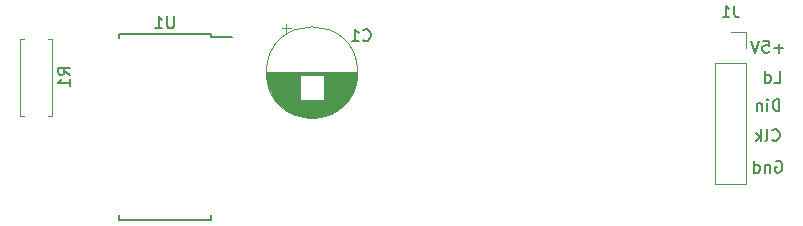
<source format=gbr>
G04 #@! TF.GenerationSoftware,KiCad,Pcbnew,(5.0.2)-1*
G04 #@! TF.CreationDate,2021-03-12T16:00:43+02:00*
G04 #@! TF.ProjectId,MAX7219 SMD,4d415837-3231-4392-9053-4d442e6b6963,rev?*
G04 #@! TF.SameCoordinates,Original*
G04 #@! TF.FileFunction,Legend,Bot*
G04 #@! TF.FilePolarity,Positive*
%FSLAX46Y46*%
G04 Gerber Fmt 4.6, Leading zero omitted, Abs format (unit mm)*
G04 Created by KiCad (PCBNEW (5.0.2)-1) date 12.03.2021 16:00:43*
%MOMM*%
%LPD*%
G01*
G04 APERTURE LIST*
%ADD10C,0.200000*%
%ADD11C,0.120000*%
%ADD12C,0.150000*%
G04 APERTURE END LIST*
D10*
X192468380Y-99639380D02*
X192468380Y-98639380D01*
X192230285Y-98639380D01*
X192087428Y-98687000D01*
X191992190Y-98782238D01*
X191944571Y-98877476D01*
X191896952Y-99067952D01*
X191896952Y-99210809D01*
X191944571Y-99401285D01*
X191992190Y-99496523D01*
X192087428Y-99591761D01*
X192230285Y-99639380D01*
X192468380Y-99639380D01*
X191468380Y-99639380D02*
X191468380Y-98972714D01*
X191468380Y-98639380D02*
X191516000Y-98687000D01*
X191468380Y-98734619D01*
X191420761Y-98687000D01*
X191468380Y-98639380D01*
X191468380Y-98734619D01*
X190992190Y-98972714D02*
X190992190Y-99639380D01*
X190992190Y-99067952D02*
X190944571Y-99020333D01*
X190849333Y-98972714D01*
X190706476Y-98972714D01*
X190611238Y-99020333D01*
X190563619Y-99115571D01*
X190563619Y-99639380D01*
X192039857Y-97226380D02*
X192516047Y-97226380D01*
X192516047Y-96226380D01*
X191277952Y-97226380D02*
X191277952Y-96226380D01*
X191277952Y-97178761D02*
X191373190Y-97226380D01*
X191563666Y-97226380D01*
X191658904Y-97178761D01*
X191706523Y-97131142D01*
X191754142Y-97035904D01*
X191754142Y-96750190D01*
X191706523Y-96654952D01*
X191658904Y-96607333D01*
X191563666Y-96559714D01*
X191373190Y-96559714D01*
X191277952Y-96607333D01*
X191873142Y-102084142D02*
X191920761Y-102131761D01*
X192063619Y-102179380D01*
X192158857Y-102179380D01*
X192301714Y-102131761D01*
X192396952Y-102036523D01*
X192444571Y-101941285D01*
X192492190Y-101750809D01*
X192492190Y-101607952D01*
X192444571Y-101417476D01*
X192396952Y-101322238D01*
X192301714Y-101227000D01*
X192158857Y-101179380D01*
X192063619Y-101179380D01*
X191920761Y-101227000D01*
X191873142Y-101274619D01*
X191301714Y-102179380D02*
X191396952Y-102131761D01*
X191444571Y-102036523D01*
X191444571Y-101179380D01*
X190920761Y-102179380D02*
X190920761Y-101179380D01*
X190825523Y-101798428D02*
X190539809Y-102179380D01*
X190539809Y-101512714D02*
X190920761Y-101893666D01*
X192158857Y-103894000D02*
X192254095Y-103846380D01*
X192396952Y-103846380D01*
X192539809Y-103894000D01*
X192635047Y-103989238D01*
X192682666Y-104084476D01*
X192730285Y-104274952D01*
X192730285Y-104417809D01*
X192682666Y-104608285D01*
X192635047Y-104703523D01*
X192539809Y-104798761D01*
X192396952Y-104846380D01*
X192301714Y-104846380D01*
X192158857Y-104798761D01*
X192111238Y-104751142D01*
X192111238Y-104417809D01*
X192301714Y-104417809D01*
X191682666Y-104179714D02*
X191682666Y-104846380D01*
X191682666Y-104274952D02*
X191635047Y-104227333D01*
X191539809Y-104179714D01*
X191396952Y-104179714D01*
X191301714Y-104227333D01*
X191254095Y-104322571D01*
X191254095Y-104846380D01*
X190349333Y-104846380D02*
X190349333Y-103846380D01*
X190349333Y-104798761D02*
X190444571Y-104846380D01*
X190635047Y-104846380D01*
X190730285Y-104798761D01*
X190777904Y-104751142D01*
X190825523Y-104655904D01*
X190825523Y-104370190D01*
X190777904Y-104274952D01*
X190730285Y-104227333D01*
X190635047Y-104179714D01*
X190444571Y-104179714D01*
X190349333Y-104227333D01*
X192801714Y-94305428D02*
X192039809Y-94305428D01*
X192420761Y-94686380D02*
X192420761Y-93924476D01*
X191087428Y-93686380D02*
X191563619Y-93686380D01*
X191611238Y-94162571D01*
X191563619Y-94114952D01*
X191468380Y-94067333D01*
X191230285Y-94067333D01*
X191135047Y-94114952D01*
X191087428Y-94162571D01*
X191039809Y-94257809D01*
X191039809Y-94495904D01*
X191087428Y-94591142D01*
X191135047Y-94638761D01*
X191230285Y-94686380D01*
X191468380Y-94686380D01*
X191563619Y-94638761D01*
X191611238Y-94591142D01*
X190754095Y-93686380D02*
X190420761Y-94686380D01*
X190087428Y-93686380D01*
D11*
G04 #@! TO.C,C1*
X150358000Y-92605789D02*
X151108000Y-92605789D01*
X150733000Y-92230789D02*
X150733000Y-92980789D01*
X152467000Y-100214000D02*
X153349000Y-100214000D01*
X152215000Y-100174000D02*
X153601000Y-100174000D01*
X152031000Y-100134000D02*
X153785000Y-100134000D01*
X151880000Y-100094000D02*
X153936000Y-100094000D01*
X151750000Y-100054000D02*
X154066000Y-100054000D01*
X151633000Y-100014000D02*
X154183000Y-100014000D01*
X151527000Y-99974000D02*
X154289000Y-99974000D01*
X151430000Y-99934000D02*
X154386000Y-99934000D01*
X151339000Y-99894000D02*
X154477000Y-99894000D01*
X151254000Y-99854000D02*
X154562000Y-99854000D01*
X151175000Y-99814000D02*
X154641000Y-99814000D01*
X151099000Y-99774000D02*
X154717000Y-99774000D01*
X151027000Y-99734000D02*
X154789000Y-99734000D01*
X150959000Y-99694000D02*
X154857000Y-99694000D01*
X150894000Y-99654000D02*
X154922000Y-99654000D01*
X150831000Y-99614000D02*
X154985000Y-99614000D01*
X150771000Y-99574000D02*
X155045000Y-99574000D01*
X150713000Y-99534000D02*
X155103000Y-99534000D01*
X150658000Y-99494000D02*
X155158000Y-99494000D01*
X150604000Y-99454000D02*
X155212000Y-99454000D01*
X150553000Y-99414000D02*
X155263000Y-99414000D01*
X150503000Y-99374000D02*
X155313000Y-99374000D01*
X150454000Y-99334000D02*
X155362000Y-99334000D01*
X150408000Y-99294000D02*
X155408000Y-99294000D01*
X150362000Y-99254000D02*
X155454000Y-99254000D01*
X150319000Y-99214000D02*
X155497000Y-99214000D01*
X150276000Y-99174000D02*
X155540000Y-99174000D01*
X150235000Y-99134000D02*
X155581000Y-99134000D01*
X150195000Y-99094000D02*
X155621000Y-99094000D01*
X150156000Y-99054000D02*
X155660000Y-99054000D01*
X150118000Y-99014000D02*
X155698000Y-99014000D01*
X150081000Y-98974000D02*
X155735000Y-98974000D01*
X150045000Y-98934000D02*
X155771000Y-98934000D01*
X150010000Y-98894000D02*
X155806000Y-98894000D01*
X149977000Y-98854000D02*
X155839000Y-98854000D01*
X149944000Y-98814000D02*
X155872000Y-98814000D01*
X149912000Y-98774000D02*
X155904000Y-98774000D01*
X149880000Y-98734000D02*
X155936000Y-98734000D01*
X149850000Y-98694000D02*
X155966000Y-98694000D01*
X153948000Y-98654000D02*
X155996000Y-98654000D01*
X149820000Y-98654000D02*
X151868000Y-98654000D01*
X153948000Y-98614000D02*
X156024000Y-98614000D01*
X149792000Y-98614000D02*
X151868000Y-98614000D01*
X153948000Y-98574000D02*
X156052000Y-98574000D01*
X149764000Y-98574000D02*
X151868000Y-98574000D01*
X153948000Y-98534000D02*
X156080000Y-98534000D01*
X149736000Y-98534000D02*
X151868000Y-98534000D01*
X153948000Y-98494000D02*
X156106000Y-98494000D01*
X149710000Y-98494000D02*
X151868000Y-98494000D01*
X153948000Y-98454000D02*
X156132000Y-98454000D01*
X149684000Y-98454000D02*
X151868000Y-98454000D01*
X153948000Y-98414000D02*
X156157000Y-98414000D01*
X149659000Y-98414000D02*
X151868000Y-98414000D01*
X153948000Y-98374000D02*
X156182000Y-98374000D01*
X149634000Y-98374000D02*
X151868000Y-98374000D01*
X153948000Y-98334000D02*
X156205000Y-98334000D01*
X149611000Y-98334000D02*
X151868000Y-98334000D01*
X153948000Y-98294000D02*
X156229000Y-98294000D01*
X149587000Y-98294000D02*
X151868000Y-98294000D01*
X153948000Y-98254000D02*
X156251000Y-98254000D01*
X149565000Y-98254000D02*
X151868000Y-98254000D01*
X153948000Y-98214000D02*
X156273000Y-98214000D01*
X149543000Y-98214000D02*
X151868000Y-98214000D01*
X153948000Y-98174000D02*
X156294000Y-98174000D01*
X149522000Y-98174000D02*
X151868000Y-98174000D01*
X153948000Y-98134000D02*
X156315000Y-98134000D01*
X149501000Y-98134000D02*
X151868000Y-98134000D01*
X153948000Y-98094000D02*
X156335000Y-98094000D01*
X149481000Y-98094000D02*
X151868000Y-98094000D01*
X153948000Y-98054000D02*
X156355000Y-98054000D01*
X149461000Y-98054000D02*
X151868000Y-98054000D01*
X153948000Y-98014000D02*
X156374000Y-98014000D01*
X149442000Y-98014000D02*
X151868000Y-98014000D01*
X153948000Y-97974000D02*
X156392000Y-97974000D01*
X149424000Y-97974000D02*
X151868000Y-97974000D01*
X153948000Y-97934000D02*
X156410000Y-97934000D01*
X149406000Y-97934000D02*
X151868000Y-97934000D01*
X153948000Y-97894000D02*
X156428000Y-97894000D01*
X149388000Y-97894000D02*
X151868000Y-97894000D01*
X153948000Y-97854000D02*
X156444000Y-97854000D01*
X149372000Y-97854000D02*
X151868000Y-97854000D01*
X153948000Y-97814000D02*
X156461000Y-97814000D01*
X149355000Y-97814000D02*
X151868000Y-97814000D01*
X153948000Y-97774000D02*
X156476000Y-97774000D01*
X149340000Y-97774000D02*
X151868000Y-97774000D01*
X153948000Y-97734000D02*
X156492000Y-97734000D01*
X149324000Y-97734000D02*
X151868000Y-97734000D01*
X153948000Y-97694000D02*
X156506000Y-97694000D01*
X149310000Y-97694000D02*
X151868000Y-97694000D01*
X153948000Y-97654000D02*
X156521000Y-97654000D01*
X149295000Y-97654000D02*
X151868000Y-97654000D01*
X153948000Y-97614000D02*
X156534000Y-97614000D01*
X149282000Y-97614000D02*
X151868000Y-97614000D01*
X153948000Y-97574000D02*
X156548000Y-97574000D01*
X149268000Y-97574000D02*
X151868000Y-97574000D01*
X153948000Y-97534000D02*
X156561000Y-97534000D01*
X149255000Y-97534000D02*
X151868000Y-97534000D01*
X153948000Y-97494000D02*
X156573000Y-97494000D01*
X149243000Y-97494000D02*
X151868000Y-97494000D01*
X153948000Y-97454000D02*
X156585000Y-97454000D01*
X149231000Y-97454000D02*
X151868000Y-97454000D01*
X153948000Y-97414000D02*
X156596000Y-97414000D01*
X149220000Y-97414000D02*
X151868000Y-97414000D01*
X153948000Y-97374000D02*
X156607000Y-97374000D01*
X149209000Y-97374000D02*
X151868000Y-97374000D01*
X153948000Y-97334000D02*
X156618000Y-97334000D01*
X149198000Y-97334000D02*
X151868000Y-97334000D01*
X153948000Y-97294000D02*
X156628000Y-97294000D01*
X149188000Y-97294000D02*
X151868000Y-97294000D01*
X153948000Y-97254000D02*
X156637000Y-97254000D01*
X149179000Y-97254000D02*
X151868000Y-97254000D01*
X153948000Y-97214000D02*
X156646000Y-97214000D01*
X149170000Y-97214000D02*
X151868000Y-97214000D01*
X153948000Y-97174000D02*
X156655000Y-97174000D01*
X149161000Y-97174000D02*
X151868000Y-97174000D01*
X153948000Y-97134000D02*
X156663000Y-97134000D01*
X149153000Y-97134000D02*
X151868000Y-97134000D01*
X153948000Y-97094000D02*
X156671000Y-97094000D01*
X149145000Y-97094000D02*
X151868000Y-97094000D01*
X153948000Y-97053000D02*
X156678000Y-97053000D01*
X149138000Y-97053000D02*
X151868000Y-97053000D01*
X153948000Y-97013000D02*
X156685000Y-97013000D01*
X149131000Y-97013000D02*
X151868000Y-97013000D01*
X153948000Y-96973000D02*
X156692000Y-96973000D01*
X149124000Y-96973000D02*
X151868000Y-96973000D01*
X153948000Y-96933000D02*
X156698000Y-96933000D01*
X149118000Y-96933000D02*
X151868000Y-96933000D01*
X153948000Y-96893000D02*
X156703000Y-96893000D01*
X149113000Y-96893000D02*
X151868000Y-96893000D01*
X153948000Y-96853000D02*
X156709000Y-96853000D01*
X149107000Y-96853000D02*
X151868000Y-96853000D01*
X153948000Y-96813000D02*
X156713000Y-96813000D01*
X149103000Y-96813000D02*
X151868000Y-96813000D01*
X153948000Y-96773000D02*
X156718000Y-96773000D01*
X149098000Y-96773000D02*
X151868000Y-96773000D01*
X153948000Y-96733000D02*
X156722000Y-96733000D01*
X149094000Y-96733000D02*
X151868000Y-96733000D01*
X153948000Y-96693000D02*
X156725000Y-96693000D01*
X149091000Y-96693000D02*
X151868000Y-96693000D01*
X153948000Y-96653000D02*
X156728000Y-96653000D01*
X149088000Y-96653000D02*
X151868000Y-96653000D01*
X153948000Y-96613000D02*
X156731000Y-96613000D01*
X149085000Y-96613000D02*
X151868000Y-96613000D01*
X149083000Y-96573000D02*
X156733000Y-96573000D01*
X149081000Y-96533000D02*
X156735000Y-96533000D01*
X149079000Y-96493000D02*
X156737000Y-96493000D01*
X149078000Y-96453000D02*
X156738000Y-96453000D01*
X149078000Y-96413000D02*
X156738000Y-96413000D01*
X149078000Y-96373000D02*
X156738000Y-96373000D01*
X156778000Y-96373000D02*
G75*
G03X156778000Y-96373000I-3870000J0D01*
G01*
G04 #@! TO.C,R1*
X128170000Y-93504000D02*
X128500000Y-93504000D01*
X128170000Y-100044000D02*
X128170000Y-93504000D01*
X128500000Y-100044000D02*
X128170000Y-100044000D01*
X130910000Y-93504000D02*
X130580000Y-93504000D01*
X130910000Y-100044000D02*
X130910000Y-93504000D01*
X130580000Y-100044000D02*
X130910000Y-100044000D01*
G04 #@! TO.C,J1*
X189671000Y-105800200D02*
X187011000Y-105800200D01*
X189671000Y-95580200D02*
X189671000Y-105800200D01*
X187011000Y-95580200D02*
X187011000Y-105800200D01*
X189671000Y-95580200D02*
X187011000Y-95580200D01*
X189671000Y-94310200D02*
X189671000Y-92980200D01*
X189671000Y-92980200D02*
X188341000Y-92980200D01*
D12*
G04 #@! TO.C,U1*
X144337000Y-93090000D02*
X144337000Y-93365000D01*
X136587000Y-93090000D02*
X136587000Y-93455000D01*
X136587000Y-108840000D02*
X136587000Y-108475000D01*
X144337000Y-108840000D02*
X144337000Y-108475000D01*
X144337000Y-93090000D02*
X136587000Y-93090000D01*
X144337000Y-108840000D02*
X136587000Y-108840000D01*
X144337000Y-93365000D02*
X146162000Y-93365000D01*
G04 #@! TO.C,C1*
X157240266Y-93625942D02*
X157287885Y-93673561D01*
X157430742Y-93721180D01*
X157525980Y-93721180D01*
X157668838Y-93673561D01*
X157764076Y-93578323D01*
X157811695Y-93483085D01*
X157859314Y-93292609D01*
X157859314Y-93149752D01*
X157811695Y-92959276D01*
X157764076Y-92864038D01*
X157668838Y-92768800D01*
X157525980Y-92721180D01*
X157430742Y-92721180D01*
X157287885Y-92768800D01*
X157240266Y-92816419D01*
X156287885Y-93721180D02*
X156859314Y-93721180D01*
X156573600Y-93721180D02*
X156573600Y-92721180D01*
X156668838Y-92864038D01*
X156764076Y-92959276D01*
X156859314Y-93006895D01*
G04 #@! TO.C,R1*
X132405380Y-96556533D02*
X131929190Y-96223200D01*
X132405380Y-95985104D02*
X131405380Y-95985104D01*
X131405380Y-96366057D01*
X131453000Y-96461295D01*
X131500619Y-96508914D01*
X131595857Y-96556533D01*
X131738714Y-96556533D01*
X131833952Y-96508914D01*
X131881571Y-96461295D01*
X131929190Y-96366057D01*
X131929190Y-95985104D01*
X132405380Y-97508914D02*
X132405380Y-96937485D01*
X132405380Y-97223200D02*
X131405380Y-97223200D01*
X131548238Y-97127961D01*
X131643476Y-97032723D01*
X131691095Y-96937485D01*
G04 #@! TO.C,J1*
X188674333Y-90714580D02*
X188674333Y-91428866D01*
X188721952Y-91571723D01*
X188817190Y-91666961D01*
X188960047Y-91714580D01*
X189055285Y-91714580D01*
X187674333Y-91714580D02*
X188245761Y-91714580D01*
X187960047Y-91714580D02*
X187960047Y-90714580D01*
X188055285Y-90857438D01*
X188150523Y-90952676D01*
X188245761Y-91000295D01*
G04 #@! TO.C,U1*
X141223904Y-91617380D02*
X141223904Y-92426904D01*
X141176285Y-92522142D01*
X141128666Y-92569761D01*
X141033428Y-92617380D01*
X140842952Y-92617380D01*
X140747714Y-92569761D01*
X140700095Y-92522142D01*
X140652476Y-92426904D01*
X140652476Y-91617380D01*
X139652476Y-92617380D02*
X140223904Y-92617380D01*
X139938190Y-92617380D02*
X139938190Y-91617380D01*
X140033428Y-91760238D01*
X140128666Y-91855476D01*
X140223904Y-91903095D01*
G04 #@! TD*
M02*

</source>
